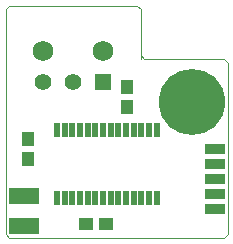
<source format=gts>
G75*
%MOIN*%
%OFA0B0*%
%FSLAX25Y25*%
%IPPOS*%
%LPD*%
%AMOC8*
5,1,8,0,0,1.08239X$1,22.5*
%
%ADD10C,0.00000*%
%ADD11R,0.10400X0.05400*%
%ADD12R,0.01975X0.05124*%
%ADD13R,0.04731X0.04337*%
%ADD14R,0.04337X0.04731*%
%ADD15R,0.06699X0.03550*%
%ADD16R,0.05550X0.05550*%
%ADD17C,0.05550*%
%ADD18C,0.06896*%
%ADD19C,0.22054*%
D10*
X0004100Y0003487D02*
X0005350Y0002238D01*
X0076913Y0002238D01*
X0078163Y0003487D01*
X0078163Y0060675D01*
X0076913Y0061925D01*
X0050350Y0061925D01*
X0049100Y0063175D01*
X0049100Y0061925D01*
X0049100Y0063175D02*
X0049100Y0078488D01*
X0047850Y0079738D01*
X0005350Y0079738D01*
X0004100Y0078488D01*
X0004100Y0003487D01*
D11*
X0010350Y0006300D03*
X0010350Y0016300D03*
D12*
X0021216Y0015508D03*
X0023775Y0015508D03*
X0026334Y0015508D03*
X0028893Y0015508D03*
X0031452Y0015508D03*
X0034011Y0015508D03*
X0036570Y0015508D03*
X0039130Y0015508D03*
X0041689Y0015508D03*
X0044248Y0015508D03*
X0046807Y0015508D03*
X0049366Y0015508D03*
X0051925Y0015508D03*
X0054484Y0015508D03*
X0054484Y0038342D03*
X0051925Y0038342D03*
X0049366Y0038342D03*
X0046807Y0038342D03*
X0044248Y0038342D03*
X0041689Y0038342D03*
X0039130Y0038342D03*
X0036570Y0038342D03*
X0034011Y0038342D03*
X0031452Y0038342D03*
X0028893Y0038342D03*
X0026334Y0038342D03*
X0023775Y0038342D03*
X0021216Y0038342D03*
D13*
X0030754Y0006925D03*
X0037446Y0006925D03*
D14*
X0011600Y0028579D03*
X0011600Y0035271D03*
X0044725Y0046079D03*
X0044725Y0052771D03*
D15*
X0073788Y0031925D03*
X0073788Y0026925D03*
X0073788Y0021925D03*
X0073788Y0016925D03*
X0073788Y0011925D03*
D16*
X0036600Y0054425D03*
D17*
X0026600Y0054425D03*
X0016600Y0054425D03*
D18*
X0016600Y0064779D03*
X0036600Y0064779D03*
D19*
X0066167Y0047555D03*
M02*

</source>
